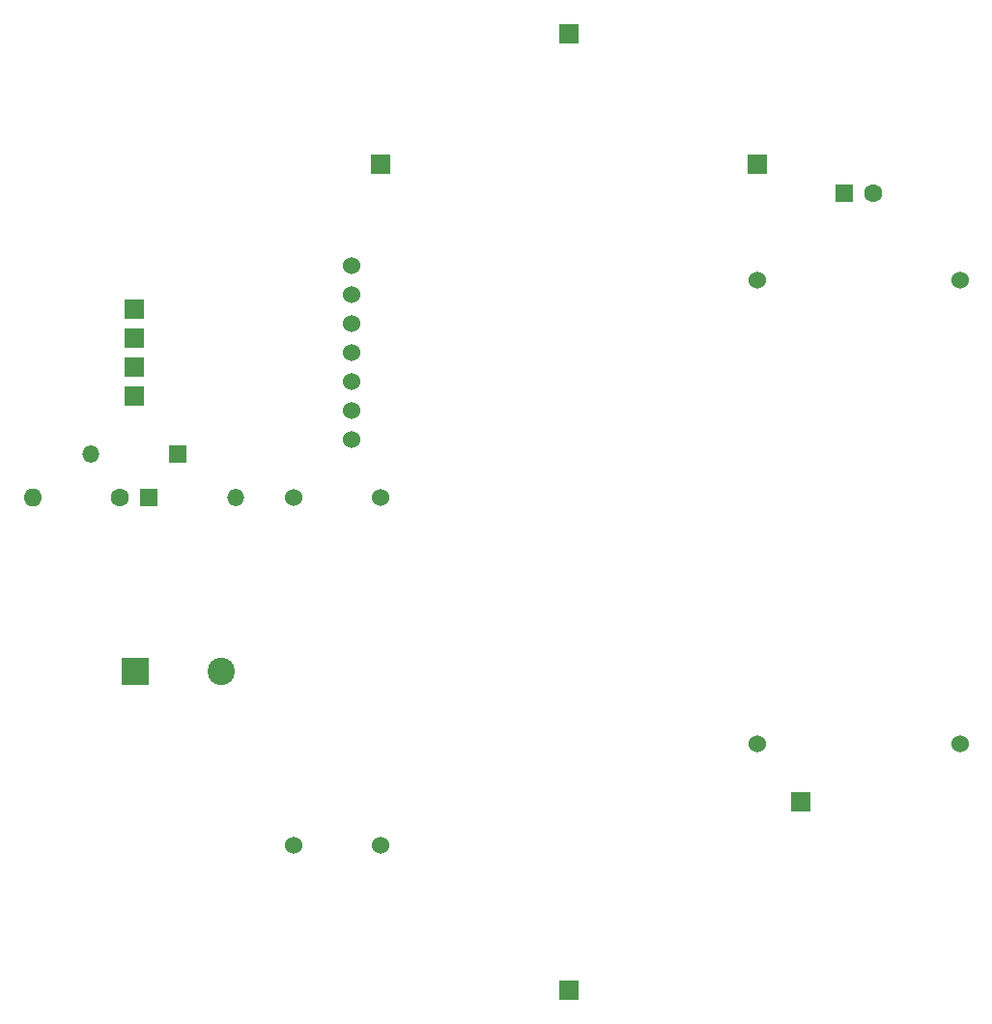
<source format=gbr>
%TF.GenerationSoftware,KiCad,Pcbnew,7.0.10*%
%TF.CreationDate,2024-02-07T02:48:42-05:00*%
%TF.ProjectId,board_down,626f6172-645f-4646-9f77-6e2e6b696361,rev?*%
%TF.SameCoordinates,Original*%
%TF.FileFunction,Soldermask,Top*%
%TF.FilePolarity,Negative*%
%FSLAX46Y46*%
G04 Gerber Fmt 4.6, Leading zero omitted, Abs format (unit mm)*
G04 Created by KiCad (PCBNEW 7.0.10) date 2024-02-07 02:48:42*
%MOMM*%
%LPD*%
G01*
G04 APERTURE LIST*
%ADD10R,1.700000X1.700000*%
%ADD11R,1.600000X1.600000*%
%ADD12C,1.600000*%
%ADD13R,2.400000X2.400000*%
%ADD14C,2.400000*%
%ADD15C,1.524000*%
%ADD16R,1.500000X1.500000*%
%ADD17O,1.500000X1.500000*%
%ADD18O,1.600000X1.600000*%
G04 APERTURE END LIST*
D10*
%TO.C,J102*%
X33020000Y-19050000D03*
%TD*%
D11*
%TO.C,C101*%
X73700000Y-21590000D03*
D12*
X76200000Y-21590000D03*
%TD*%
D13*
%TO.C,C103*%
X11550000Y-63500000D03*
D14*
X19050000Y-63500000D03*
%TD*%
D10*
%TO.C,J104*%
X49530000Y-91440000D03*
%TD*%
D15*
%TO.C,U102*%
X66040000Y-69850000D03*
X83820000Y-69850000D03*
X66040000Y-29210000D03*
X83820000Y-29210000D03*
%TD*%
%TO.C,U101*%
X25400000Y-48260000D03*
X33020000Y-48260000D03*
X25400000Y-78740000D03*
X33020000Y-78740000D03*
%TD*%
D10*
%TO.C,J118*%
X11430000Y-39370000D03*
%TD*%
D16*
%TO.C,D102*%
X15245000Y-44450000D03*
D17*
X7625000Y-44450000D03*
%TD*%
D12*
%TO.C,R101*%
X10160000Y-48260000D03*
D18*
X2540000Y-48260000D03*
%TD*%
D15*
%TO.C,U104*%
X30480000Y-43180000D03*
X30480000Y-40640000D03*
X30480000Y-38100000D03*
X30480000Y-35560000D03*
X30480000Y-33020000D03*
X30480000Y-30480000D03*
X30480000Y-27940000D03*
%TD*%
D10*
%TO.C,J120*%
X11430000Y-34290000D03*
%TD*%
D16*
%TO.C,D101*%
X12695000Y-48260000D03*
D17*
X20315000Y-48260000D03*
%TD*%
D10*
%TO.C,J103*%
X49530000Y-7620000D03*
%TD*%
%TO.C,J119*%
X11430000Y-36830000D03*
%TD*%
%TO.C,J116*%
X69850000Y-74930000D03*
%TD*%
%TO.C,J101*%
X66040000Y-19050000D03*
%TD*%
%TO.C,J117*%
X11430000Y-31750000D03*
%TD*%
M02*

</source>
